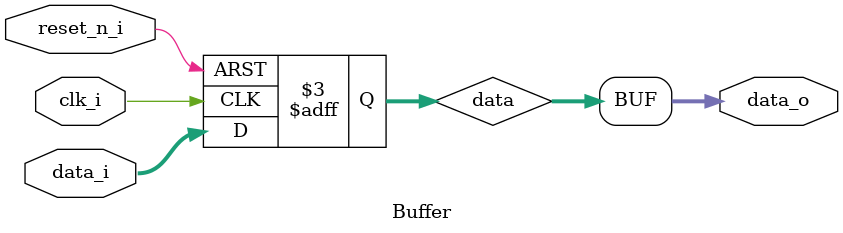
<source format=v>
module Buffer #(
    parameter DATA_WIDTH = 32
)
(
    input clk_i,
    input reset_n_i,

    input[DATA_WIDTH-1:0] data_i,

    output[DATA_WIDTH-1:0] data_o
);

    reg[DATA_WIDTH-1:0] data;

    assign data_o = data;

    always @(posedge clk_i, negedge reset_n_i) begin
        if(reset_n_i == 1'b0) begin
            data <= {DATA_WIDTH{1'b0}};
        end
        else begin
            data <= data_i;
        end
    end
endmodule
</source>
